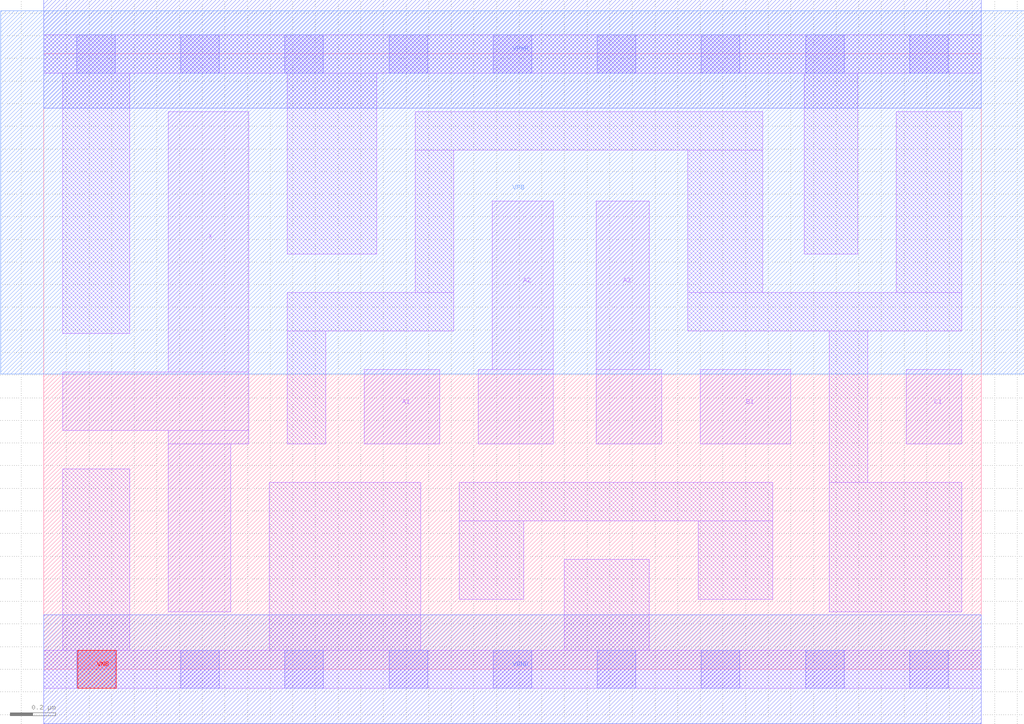
<source format=lef>
# Copyright 2020 The SkyWater PDK Authors
#
# Licensed under the Apache License, Version 2.0 (the "License");
# you may not use this file except in compliance with the License.
# You may obtain a copy of the License at
#
#     https://www.apache.org/licenses/LICENSE-2.0
#
# Unless required by applicable law or agreed to in writing, software
# distributed under the License is distributed on an "AS IS" BASIS,
# WITHOUT WARRANTIES OR CONDITIONS OF ANY KIND, either express or implied.
# See the License for the specific language governing permissions and
# limitations under the License.
#
# SPDX-License-Identifier: Apache-2.0

VERSION 5.7 ;
  NOWIREEXTENSIONATPIN ON ;
  DIVIDERCHAR "/" ;
  BUSBITCHARS "[]" ;
MACRO sky130_fd_sc_hd__o311a_2
  CLASS CORE ;
  FOREIGN sky130_fd_sc_hd__o311a_2 ;
  ORIGIN  0.000000  0.000000 ;
  SIZE  4.140000 BY  2.720000 ;
  SYMMETRY X Y R90 ;
  SITE unithd ;
  PIN A1
    ANTENNAGATEAREA  0.247500 ;
    DIRECTION INPUT ;
    USE SIGNAL ;
    PORT
      LAYER li1 ;
        RECT 1.415000 0.995000 1.750000 1.325000 ;
    END
  END A1
  PIN A2
    ANTENNAGATEAREA  0.247500 ;
    DIRECTION INPUT ;
    USE SIGNAL ;
    PORT
      LAYER li1 ;
        RECT 1.920000 0.995000 2.250000 1.325000 ;
        RECT 1.980000 1.325000 2.250000 2.070000 ;
    END
  END A2
  PIN A3
    ANTENNAGATEAREA  0.247500 ;
    DIRECTION INPUT ;
    USE SIGNAL ;
    PORT
      LAYER li1 ;
        RECT 2.440000 0.995000 2.730000 1.325000 ;
        RECT 2.440000 1.325000 2.675000 2.070000 ;
    END
  END A3
  PIN B1
    ANTENNAGATEAREA  0.247500 ;
    DIRECTION INPUT ;
    USE SIGNAL ;
    PORT
      LAYER li1 ;
        RECT 2.900000 0.995000 3.300000 1.325000 ;
    END
  END B1
  PIN C1
    ANTENNAGATEAREA  0.247500 ;
    DIRECTION INPUT ;
    USE SIGNAL ;
    PORT
      LAYER li1 ;
        RECT 3.810000 0.995000 4.055000 1.325000 ;
    END
  END C1
  PIN VNB
    PORT
      LAYER pwell ;
        RECT 0.150000 -0.085000 0.320000 0.085000 ;
    END
  END VNB
  PIN VPB
    PORT
      LAYER nwell ;
        RECT -0.190000 1.305000 4.330000 2.910000 ;
    END
  END VPB
  PIN X
    ANTENNADIFFAREA  0.445500 ;
    DIRECTION OUTPUT ;
    USE SIGNAL ;
    PORT
      LAYER li1 ;
        RECT 0.085000 1.055000 0.905000 1.315000 ;
        RECT 0.550000 0.255000 0.825000 0.995000 ;
        RECT 0.550000 0.995000 0.905000 1.055000 ;
        RECT 0.550000 1.315000 0.905000 2.465000 ;
    END
  END X
  PIN VGND
    DIRECTION INOUT ;
    SHAPE ABUTMENT ;
    USE GROUND ;
    PORT
      LAYER met1 ;
        RECT 0.000000 -0.240000 4.140000 0.240000 ;
    END
  END VGND
  PIN VPWR
    DIRECTION INOUT ;
    SHAPE ABUTMENT ;
    USE POWER ;
    PORT
      LAYER met1 ;
        RECT 0.000000 2.480000 4.140000 2.960000 ;
    END
  END VPWR
  OBS
    LAYER li1 ;
      RECT 0.000000 -0.085000 4.140000 0.085000 ;
      RECT 0.000000  2.635000 4.140000 2.805000 ;
      RECT 0.085000  0.085000 0.380000 0.885000 ;
      RECT 0.085000  1.485000 0.380000 2.635000 ;
      RECT 0.995000  0.085000 1.665000 0.825000 ;
      RECT 1.075000  0.995000 1.245000 1.495000 ;
      RECT 1.075000  1.495000 1.810000 1.665000 ;
      RECT 1.075000  1.835000 1.470000 2.635000 ;
      RECT 1.640000  1.665000 1.810000 2.295000 ;
      RECT 1.640000  2.295000 3.175000 2.465000 ;
      RECT 1.835000  0.310000 2.120000 0.655000 ;
      RECT 1.835000  0.655000 3.220000 0.825000 ;
      RECT 2.300000  0.085000 2.675000 0.485000 ;
      RECT 2.845000  1.495000 4.055000 1.665000 ;
      RECT 2.845000  1.665000 3.175000 2.295000 ;
      RECT 2.890000  0.310000 3.220000 0.655000 ;
      RECT 3.360000  1.835000 3.595000 2.635000 ;
      RECT 3.470000  0.255000 4.055000 0.825000 ;
      RECT 3.470000  0.825000 3.640000 1.495000 ;
      RECT 3.765000  1.665000 4.055000 2.465000 ;
    LAYER mcon ;
      RECT 0.145000 -0.085000 0.315000 0.085000 ;
      RECT 0.145000  2.635000 0.315000 2.805000 ;
      RECT 0.605000 -0.085000 0.775000 0.085000 ;
      RECT 0.605000  2.635000 0.775000 2.805000 ;
      RECT 1.065000 -0.085000 1.235000 0.085000 ;
      RECT 1.065000  2.635000 1.235000 2.805000 ;
      RECT 1.525000 -0.085000 1.695000 0.085000 ;
      RECT 1.525000  2.635000 1.695000 2.805000 ;
      RECT 1.985000 -0.085000 2.155000 0.085000 ;
      RECT 1.985000  2.635000 2.155000 2.805000 ;
      RECT 2.445000 -0.085000 2.615000 0.085000 ;
      RECT 2.445000  2.635000 2.615000 2.805000 ;
      RECT 2.905000 -0.085000 3.075000 0.085000 ;
      RECT 2.905000  2.635000 3.075000 2.805000 ;
      RECT 3.365000 -0.085000 3.535000 0.085000 ;
      RECT 3.365000  2.635000 3.535000 2.805000 ;
      RECT 3.825000 -0.085000 3.995000 0.085000 ;
      RECT 3.825000  2.635000 3.995000 2.805000 ;
  END
END sky130_fd_sc_hd__o311a_2
END LIBRARY

</source>
